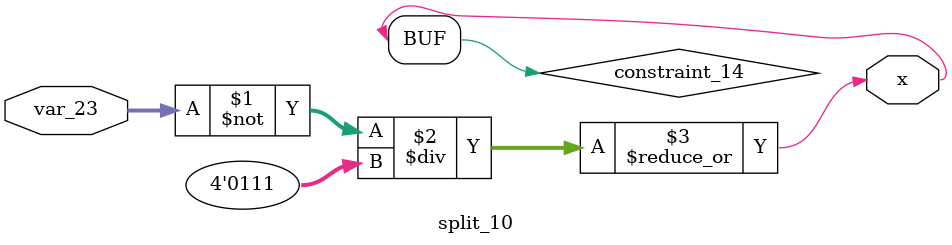
<source format=v>
module split_10(var_23, x);
    input [3:0] var_23;
    output wire x;

    wire constraint_14;

    assign constraint_14 = |(((~(var_23)) / 4'h7));
    assign x = constraint_14;
endmodule

</source>
